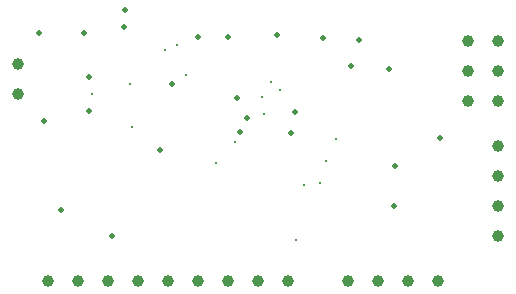
<source format=gbr>
%TF.GenerationSoftware,KiCad,Pcbnew,9.0.0*%
%TF.CreationDate,2025-03-11T16:24:53+11:00*%
%TF.ProjectId,MCU Datalogger,4d435520-4461-4746-916c-6f676765722e,1*%
%TF.SameCoordinates,Original*%
%TF.FileFunction,Plated,1,4,PTH,Drill*%
%TF.FilePolarity,Positive*%
%FSLAX46Y46*%
G04 Gerber Fmt 4.6, Leading zero omitted, Abs format (unit mm)*
G04 Created by KiCad (PCBNEW 9.0.0) date 2025-03-11 16:24:53*
%MOMM*%
%LPD*%
G01*
G04 APERTURE LIST*
%TA.AperFunction,ViaDrill*%
%ADD10C,0.200000*%
%TD*%
%TA.AperFunction,ViaDrill*%
%ADD11C,0.500000*%
%TD*%
%TA.AperFunction,ComponentDrill*%
%ADD12C,1.000000*%
%TD*%
G04 APERTURE END LIST*
D10*
X128775000Y-76200000D03*
X132025000Y-75375000D03*
X132181600Y-79070200D03*
X135001000Y-72542400D03*
X136000000Y-72100000D03*
X136753600Y-74625200D03*
X139319000Y-82042000D03*
X140919200Y-80340200D03*
X143179800Y-76504800D03*
X143357600Y-77952600D03*
X143975000Y-75200000D03*
X144754600Y-75895200D03*
X146050000Y-88620600D03*
X146710400Y-83947000D03*
X148107400Y-83743800D03*
X148600000Y-81925000D03*
X149500000Y-80050000D03*
D11*
X124275000Y-71075000D03*
X124700000Y-78550000D03*
X126187200Y-86055200D03*
X128100000Y-71100000D03*
X128550000Y-74775000D03*
X128574800Y-77647800D03*
X130475000Y-88275000D03*
X131500000Y-70550000D03*
X131575000Y-69100000D03*
X134600000Y-80975000D03*
X135600000Y-75425000D03*
X137750000Y-71450000D03*
X140325000Y-71450000D03*
X141046200Y-76555600D03*
X141300200Y-79425800D03*
X141960600Y-78282800D03*
X144424400Y-71221600D03*
X145618200Y-79527400D03*
X145999200Y-77749400D03*
X148400000Y-71500000D03*
X150700000Y-73825000D03*
X151450000Y-71625000D03*
X153924000Y-74091800D03*
X154355800Y-85725000D03*
X154432000Y-82296000D03*
X158242000Y-79933800D03*
D12*
%TO.C,BT1*%
X122555000Y-73660000D03*
X122555000Y-76200000D03*
%TO.C,J2*%
X125105000Y-92075000D03*
X127645000Y-92075000D03*
X130185000Y-92075000D03*
X132725000Y-92075000D03*
X135265000Y-92075000D03*
X137805000Y-92075000D03*
X140345000Y-92075000D03*
X142885000Y-92075000D03*
X145425000Y-92075000D03*
%TO.C,J3*%
X150505000Y-92075000D03*
X153045000Y-92075000D03*
X155585000Y-92075000D03*
X158125000Y-92075000D03*
%TO.C,J4*%
X160650000Y-71770000D03*
X160650000Y-74310000D03*
X160650000Y-76850000D03*
X163190000Y-71770000D03*
X163190000Y-74310000D03*
X163190000Y-76850000D03*
%TO.C,J1*%
X163195000Y-80645000D03*
X163195000Y-83185000D03*
X163195000Y-85725000D03*
X163195000Y-88265000D03*
M02*

</source>
